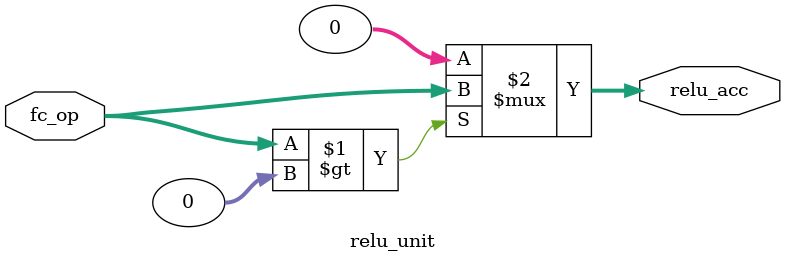
<source format=v>
module relu_unit(
    input [31:0] fc_op,
    output [31:0] relu_acc
);

assign relu_acc = (fc_op > 0) ? fc_op : 0;
endmodule
</source>
